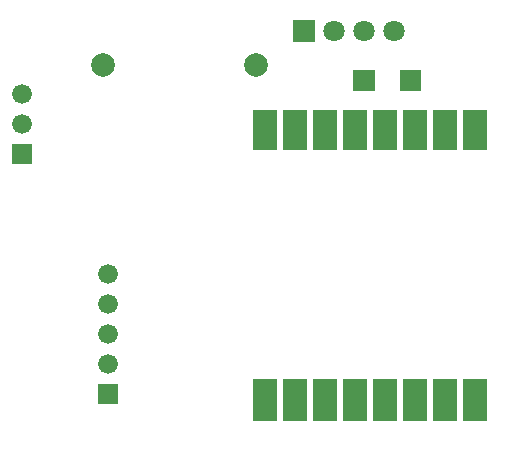
<source format=gbs>
G04 Layer: BottomSolderMaskLayer*
G04 EasyEDA v6.4.20.6, 2021-08-11T14:47:25--4:00*
G04 69257b7602d440f08016c76432e8c6ee,f06b2ae44ace4e68bcf10d52e37fd181,10*
G04 Gerber Generator version 0.2*
G04 Scale: 100 percent, Rotated: No, Reflected: No *
G04 Dimensions in millimeters *
G04 leading zeros omitted , absolute positions ,4 integer and 5 decimal *
%FSLAX45Y45*%
%MOMM*%

%ADD22C,2.0066*%
%ADD23C,1.6764*%
%ADD24R,1.6764X1.6764*%
%ADD26C,1.8016*%
%ADD27R,2.0320X3.4950*%

%LPD*%
D22*
G01*
X4650511Y6477000D03*
G01*
X3350488Y6477000D03*
D23*
G01*
X3390900Y4711700D03*
G01*
X3390900Y4457700D03*
G01*
X3390900Y4203700D03*
G01*
X3390900Y3949700D03*
D24*
G01*
X3390900Y3695700D03*
G36*
X4964429Y6678929D02*
G01*
X4964429Y6859270D01*
X5144770Y6859270D01*
X5144770Y6678929D01*
G37*
D26*
G01*
X5308600Y6769100D03*
G01*
X5562600Y6769100D03*
G01*
X5816600Y6769100D03*
D23*
G01*
X2667000Y6235700D03*
G01*
X2667000Y5981700D03*
D24*
G01*
X2667000Y5727700D03*
G36*
X4622800Y3470147D02*
G01*
X4622800Y3819652D01*
X4826000Y3819652D01*
X4826000Y3470147D01*
G37*
D27*
G01*
X6502400Y5930900D03*
G01*
X6248400Y5930900D03*
G01*
X5994400Y5930900D03*
G01*
X5740400Y5930900D03*
G01*
X5486400Y5930900D03*
G01*
X5232400Y5930900D03*
G01*
X4978400Y5930900D03*
G01*
X4724400Y5930900D03*
G36*
X6400800Y3470147D02*
G01*
X6400800Y3819652D01*
X6604000Y3819652D01*
X6604000Y3470147D01*
G37*
G36*
X6146800Y3470147D02*
G01*
X6146800Y3819652D01*
X6350000Y3819652D01*
X6350000Y3470147D01*
G37*
G36*
X5892800Y3470147D02*
G01*
X5892800Y3819652D01*
X6096000Y3819652D01*
X6096000Y3470147D01*
G37*
G36*
X5638800Y3470147D02*
G01*
X5638800Y3819652D01*
X5842000Y3819652D01*
X5842000Y3470147D01*
G37*
G36*
X5384800Y3470147D02*
G01*
X5384800Y3819652D01*
X5588000Y3819652D01*
X5588000Y3470147D01*
G37*
G36*
X5130800Y3470147D02*
G01*
X5130800Y3819652D01*
X5334000Y3819652D01*
X5334000Y3470147D01*
G37*
G36*
X4876800Y3470147D02*
G01*
X4876800Y3819652D01*
X5080000Y3819652D01*
X5080000Y3470147D01*
G37*
G36*
X5866129Y6259829D02*
G01*
X5866129Y6440170D01*
X6046470Y6440170D01*
X6046470Y6259829D01*
G37*
G36*
X5472429Y6259829D02*
G01*
X5472429Y6440170D01*
X5652770Y6440170D01*
X5652770Y6259829D01*
G37*
M02*

</source>
